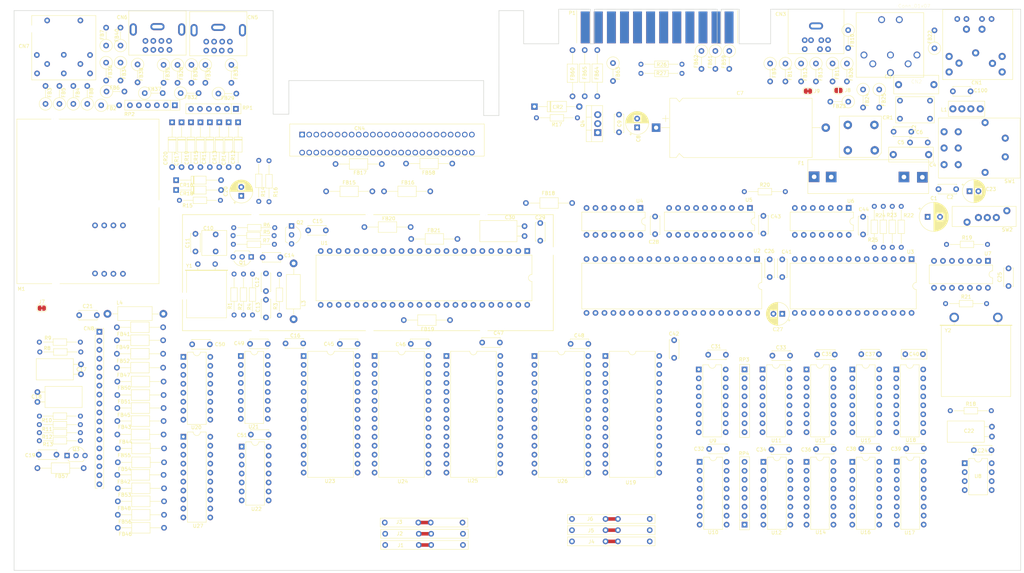
<source format=kicad_pcb>
(kicad_pcb (version 20240108) (generator "pcbnew") (generator_version "8.0")
  (layers (0 "F.Cu" signal) (31 "B.Cu" signal) (34 "B.Paste" user) (35 "F.Paste" user) (36 "B.SilkS" user "B.Silkscreen") (37 "F.SilkS" user "F.Silkscreen") (38 "B.Mask" user) (39 "F.Mask" user) (44 "Edge.Cuts" user))
  (net 0 "")
  (net 1 "+5V")
  (net 2 "GND")
  (net 3 "Net-(C3-Pad1)")
  (net 4 "Net-(C3-Pad2)")
  (net 5 "9VAC2")
  (net 6 "Net-(C4-Pad1)")
  (net 7 "+9V")
  (net 8 "Net-(C10-Pad1)")
  (net 9 "Net-(C12-Pad1)")
  (net 10 "Net-(C12-Pad2)")
  (net 11 "Net-(C14-Pad2)")
  (net 12 "Net-(C14-Pad1)")
  (net 13 "Net-(C15-Pad1)")
  (net 14 "Net-(C17-Pad2)")
  (net 15 "Net-(C17-Pad1)")
  (net 16 "Net-(C18-Pad2)")
  (net 17 "Net-(C20-Pad1)")
  (net 18 "Net-(C20-Pad2)")
  (net 19 "Net-(C21-Pad1)")
  (net 20 "Net-(C22-Pad1)")
  (net 21 "Net-(C23-Pad1)")
  (net 22 "Net-(C29-Pad1)")
  (net 23 "ATN")
  (net 24 "Net-(CN2-Pad2)")
  (net 25 "/CLK")
  (net 26 "/DATA")
  (net 27 "Net-(CN2-Pad6)")
  (net 28 "Net-(CN3-Pad1)")
  (net 29 "Net-(CN3-Pad6)")
  (net 30 "Net-(CN3-Pad3)")
  (net 31 "Net-(CN3-Pad2)")
  (net 32 "Net-(CN3-Pad5)")
  (net 33 "Net-(CN3-Pad4)")
  (net 34 "IRQ")
  (net 35 "RW")
  (net 36 "C1_HIGH")
  (net 37 "C2_LOW")
  (net 38 "C2_HIGH")
  (net 39 "CS1")
  (net 40 "CS0")
  (net 41 "Net-(CN4-Pad11)")
  (net 42 "MUX")
  (net 43 "BA")
  (net 44 "/D7")
  (net 45 "/D6")
  (net 46 "/D5")
  (net 47 "/D4")
  (net 48 "/D3")
  (net 49 "/D1")
  (net 50 "/D2")
  (net 51 "/D0")
  (net 52 "AEC")
  (net 53 "EXT_AUDIO")
  (net 54 "Net-(CN4-Pad24)")
  (net 55 "/A0")
  (net 56 "/A1")
  (net 57 "/A2")
  (net 58 "/A3")
  (net 59 "/A4")
  (net 60 "/A5")
  (net 61 "/A6")
  (net 62 "/A7")
  (net 63 "/A8")
  (net 64 "/A9")
  (net 65 "/A10")
  (net 66 "/A11")
  (net 67 "/A12")
  (net 68 "/A13")
  (net 69 "/A14")
  (net 70 "/A15")
  (net 71 "Net-(CN4-PadE)")
  (net 72 "Net-(CN4-PadD)")
  (net 73 "BRESET")
  (net 74 "C1_LOW")
  (net 75 "Net-(CN5-Pad7)")
  (net 76 "Net-(CN5-Pad8)")
  (net 77 "Net-(CN5-Pad6)")
  (net 78 "Net-(CN5-Pad1)")
  (net 79 "Net-(CN5-Pad3)")
  (net 80 "Net-(CN5-Pad2)")
  (net 81 "Net-(CN5-Pad5)")
  (net 82 "Net-(CN5-Pad4)")
  (net 83 "Net-(CN6-Pad7)")
  (net 84 "Net-(CN6-Pad4)")
  (net 85 "Net-(CN6-Pad2)")
  (net 86 "Net-(CN6-Pad3)")
  (net 87 "Net-(CN6-Pad1)")
  (net 88 "Net-(CN6-Pad6)")
  (net 89 "Net-(CN6-Pad8)")
  (net 90 "Net-(CN7-Pad6)")
  (net 91 "Net-(CN7-Pad1)")
  (net 92 "Net-(CN7-Pad3)")
  (net 93 "Net-(CN7-Pad2)")
  (net 94 "Net-(CN7-Pad5)")
  (net 95 "Net-(CN7-Pad4)")
  (net 96 "Net-(CN8-Pad1)")
  (net 97 "Net-(CN8-Pad2)")
  (net 98 "Net-(CN8-Pad4)")
  (net 99 "Net-(CN8-Pad6)")
  (net 100 "Net-(CN8-Pad7)")
  (net 101 "Net-(CN8-Pad8)")
  (net 102 "Net-(CN8-Pad9)")
  (net 103 "Net-(CN8-Pad10)")
  (net 104 "Net-(CN8-Pad11)")
  (net 105 "Net-(CN8-Pad12)")
  (net 106 "Net-(CN8-Pad13)")
  (net 107 "Net-(CN8-Pad14)")
  (net 108 "Net-(CN8-Pad15)")
  (net 109 "Net-(CN8-Pad16)")
  (net 110 "Net-(CN8-Pad17)")
  (net 111 "Net-(CN8-Pad18)")
  (net 112 "9VAC1")
  (net 113 "Net-(CR2-Pad1)")
  (net 114 "Net-(CR11-Pad1)")
  (net 115 "Net-(CR11-Pad2)")
  (net 116 "Net-(CR12-Pad2)")
  (net 117 "Net-(CR12-Pad1)")
  (net 118 "Net-(CR13-Pad1)")
  (net 119 "Net-(CR13-Pad2)")
  (net 120 "Net-(CR14-Pad2)")
  (net 121 "Net-(CR14-Pad1)")
  (net 122 "Net-(CR15-Pad1)")
  (net 123 "Net-(CR15-Pad2)")
  (net 124 "Net-(CR16-Pad1)")
  (net 125 "Net-(CR17-Pad1)")
  (net 126 "Net-(CR18-Pad1)")
  (net 127 "Net-(CR19-Pad1)")
  (net 128 "Net-(CR20-Pad2)")
  (net 129 "Net-(CR20-Pad1)")
  (net 130 "Net-(F1-Pad2)")
  (net 131 "Net-(FB3-Pad2)")
  (net 132 "Net-(FB4-Pad2)")
  (net 133 "Net-(FB5-Pad2)")
  (net 134 "CST_RD")
  (net 135 "CST_WRT")
  (net 136 "CST_SENSE")
  (net 137 "Net-(FB14-Pad1)")
  (net 138 "RAS")
  (net 139 "ϕ0")
  (net 140 "/CAS")
  (net 141 "Net-(FB19-Pad1)")
  (net 142 "SND")
  (net 143 "Net-(FB20-Pad1)")
  (net 144 "LUM")
  (net 145 "COLOR")
  (net 146 "Net-(FB21-Pad1)")
  (net 147 "Net-(FB41-Pad2)")
  (net 148 "Net-(FB42-Pad2)")
  (net 149 "Net-(FB43-Pad2)")
  (net 150 "Net-(FB44-Pad2)")
  (net 151 "Net-(FB45-Pad2)")
  (net 152 "Net-(FB46-Pad2)")
  (net 153 "Net-(FB47-Pad2)")
  (net 154 "Net-(FB48-Pad2)")
  (net 155 "Net-(FB53-Pad1)")
  (net 156 "Net-(FB54-Pad1)")
  (net 157 "ϕ2")
  (net 158 "Net-(FB59-Pad1)")
  (net 159 "Net-(FB60-Pad1)")
  (net 160 "Net-(FB61-Pad1)")
  (net 161 "Net-(FB62-Pad1)")
  (net 162 "Net-(FB63-Pad1)")
  (net 163 "Net-(FB64-Pad1)")
  (net 164 "Net-(FB65-Pad1)")
  (net 165 "Net-(J1-Pad2)")
  (net 166 "Net-(J2-Pad2)")
  (net 167 "Net-(J3-Pad2)")
  (net 168 "Net-(J4-Pad2)")
  (net 169 "Net-(J5-Pad2)")
  (net 170 "Net-(J6-Pad2)")
  (net 171 "Net-(J7-Pad2)")
  (net 172 "Net-(L1-Pad4)")
  (net 173 "Net-(M1-Pad1)")
  (net 174 "Net-(P1-Pad5)")
  (net 175 "Net-(P1-Pad6)")
  (net 176 "Net-(P1-Pad7)")
  (net 177 "Net-(P1-Pad8)")
  (net 178 "Net-(P1-PadB)")
  (net 179 "Net-(P1-PadC)")
  (net 180 "Net-(P1-PadD)")
  (net 181 "Net-(P1-PadE)")
  (net 182 "Net-(P1-PadF)")
  (net 183 "Net-(P1-PadH)")
  (net 184 "Net-(P1-PadJ)")
  (net 185 "Net-(P1-PadK)")
  (net 186 "Net-(P1-PadL)")
  (net 187 "Net-(P1-PadM)")
  (net 188 "CLK_IN")
  (net 189 "Net-(Q3-Pad1)")
  (net 190 "RESET")
  (net 191 "/A6_13")
  (net 192 "Net-(RP3-Pad7)")
  (net 193 "/A4_11")
  (net 194 "Net-(RP3-Pad5)")
  (net 195 "/A5_12")
  (net 196 "Net-(RP3-Pad3)")
  (net 197 "/A0_14")
  (net 198 "Net-(RP3-Pad1)")
  (net 199 "Net-(RP4-Pad1)")
  (net 200 "/A1_8")
  (net 201 "Net-(RP4-Pad3)")
  (net 202 "/A3_10")
  (net 203 "Net-(RP4-Pad5)")
  (net 204 "/A7_15")
  (net 205 "Net-(RP4-Pad7)")
  (net 206 "/A2_9")
  (net 207 "CST_MTR")
  (net 208 "Net-(U2-Pad28)")
  (net 209 "Net-(U2-Pad29)")
  (net 210 "Net-(U2-Pad30)")
  (net 211 "Net-(U3-Pad11)")
  (net 212 "Net-(U3-Pad8)")
  (net 213 "Net-(U3-Pad7)")
  (net 214 "Net-(U3-Pad6)")
  (net 215 "Net-(U3-Pad17)")
  (net 216 "Net-(U19-Pad15)")
  (net 217 "Net-(U3-Pad16)")
  (net 218 "Net-(U19-Pad16)")
  (net 219 "Net-(U7-Pad1)")
  (net 220 "/A1_12")
  (net 221 "Net-(U19-Pad10)")
  (net 222 "KERN")
  (net 223 "KEY_CS")
  (net 224 "ADDR_CLK")
  (net 225 "Net-(U20-Pad2)")
  (net 226 "Net-(U20-Pad3)")
  (net 227 "Net-(U20-Pad11)")
  (net 228 "Net-(U20-Pad4)")
  (net 229 "Net-(U20-Pad12)")
  (net 230 "Net-(U20-Pad5)")
  (net 231 "Net-(U20-Pad13)")
  (net 232 "Net-(U20-Pad14)")
  (net 233 "Net-(U21-Pad14)")
  (net 234 "Net-(U21-Pad3)")
  (net 235 "Net-(U21-Pad9)")
  (net 236 "Net-(FB24-Pad1)")
  (net 237 "Net-(J9-Pad1)")
  (net 238 "Net-(C100-Pad2)")
  (footprint "Commodore:Resistor_Horizontal" (layer "F.Cu") (at 114.173 120.777 -90)
    (property "Reference" "R1")
    (property "Value" "4k7")
  )
  (footprint "Commodore:Resistor_Horizontal" (layer "F.Cu") (at 116.84 120.777 -90)
    (property "Reference" "R2")
    (property "Value" "10k")
  )
  (footprint "Commodore:Resistor_Horizontal" (layer "F.Cu") (at 127 128.4732 90)
    (property "Reference" "R3")
    (property "Value" "470")
  )
  (footprint "Commodore:Resistor_Horizontal" (layer "F.Cu") (at 119.38 120.777 -90)
    (property "Reference" "R4")
    (property "Value" "220")
  )
  (footprint "Commodore:Resistor_Horizontal" (layer "F.Cu") (at 123.5 107.9 180)
    (property "Reference" "R5")
    (property "Value" "18k")
  )
  (footprint "Commodore:Resistor_Horizontal" (layer "F.Cu") (at 116.078 105.664)
    (property "Reference" "R6")
    (property "Value" "1k5")
  )
  (footprint "Commodore:Resistor_Horizontal" (layer "F.Cu") (at 123.571 110.363 180)
    (property "Reference" "R7")
    (property "Value" "470")
  )
  (footprint "Commodore:Resistor_Horizontal" (layer "F.Cu") (at 61.214 140.843)
    (property "Reference" "R8")
    (property "Value" "100k")
  )
  (footprint "Commodore:Resistor_Horizontal" (layer "F.Cu") (at 61.087 138.049)
    (property "Reference" "R9")
    (property "Value" "1k")
  )
  (footprint "Commodore:Resistor_Horizontal" (layer "F.Cu") (at 68.707 159.004 180)
    (property "Reference" "R10")
    (property "Value" "1k")
  )
  (footprint "Commodore:Resistor_Horizontal" (layer "F.Cu") (at 61.087 161.417)
    (property "Reference" "R11")
    (property "Value" "12k")
  )
  (footprint "Commodore:Resistor_Horizontal" (layer "F.Cu") (at 61.087 163.703)
    (property "Reference" "R12")
    (property "Value" "1k")
  )
  (footprint "Commodore:Resistor_Horizontal" (layer "F.Cu") (at 61.087 165.989)
    (property "Reference" "R13")
    (property "Value" "1k")
  )
  (footprint "Commodore:Resistor_Horizontal" (layer "F.Cu") (at 121.158 96.2152 90)
    (property "Reference" "R14")
    (property "Value" "240")
  )
  (footprint "Commodore:Resistor_Horizontal" (layer "F.Cu") (at 100.711 97.917)
    (property "Reference" "R15")
    (property "Value" "240")
  )
  (footprint "Commodore:Resistor_Horizontal" (layer "F.Cu") (at 124.0536 88.6968 -90)
    (property "Reference" "R16")
    (property "Value" "100k")
  )
  (footprint "Commodore:Resistor_Horizontal" (layer "F.Cu") (at 209.296 74.549 180)
    (property "Reference" "R17")
    (property "Value" "1k5")
  )
  (footprint "Commodore:Resistor_Horizontal" (layer "F.Cu") (at 318.77 157.48)
    (property "Reference" "R18")
    (property "Value" "47k")
  )
  (footprint "Commodore:Resistor_Horizontal" (layer "F.Cu") (at 260.5024 95.4532)
    (property "Reference" "R20")
    (property "Value" "3k")
  )
  (footprint "Commodore:Resistor_Horizontal" (layer "F.Cu") (at 302.895 109.22 90)
    (property "Reference" "R22")
    (property "Value" "1k")
  )
  (footprint "Commodore:Resistor_Horizontal" (layer "F.Cu") (at 300.355 109.22 90)
    (property "Reference" "R23")
    (property "Value" "1k")
  )
  (footprint "Commodore:Resistor_Horizontal" (layer "F.Cu") (at 297.815 109.22 90)
    (property "Reference" "R24")
    (property "Value" "1k")
  )
  (footprint "Commodore:Resistor_Horizontal" (layer "F.Cu") (at 295.275 109.22 90)
    (property "Reference" "R25")
    (property "Value" "1k")
  )
  (footprint "Commodore:Resistor_Horizontal" (layer "F.Cu") (at 238.8616 59.3852 180)
    (property "Reference" "R26")
    (property "Value" "10K")
  )
  (footprint "Commodore:Resistor_Horizontal" (layer "F.Cu") (at 238.8616 61.976 180)
    (property "Reference" "R27")
    (property "Value" "10K")
  )
  (footprint "Capacitor_THT:CP_Radial_D6.3mm_P2.50mm" (layer "F.Cu") (at 269.24 130.048 180)
    (property "Reference" "C27")
    (property "Value" "10u")
  )
  (footprint "Capacitor_THT:CP_Radial_D6.3mm_P2.50mm" (layer "F.Cu") (at 228.1936 77.2668 90)
    (property "Reference" "C8")
    (property "Value" "10u")
  )
  (footprint "Capacitor_THT:C_Disc_D5.0mm_W2.5mm_P5.00mm" (layer "F.Cu") (at 223.0628 78.6384 90)
    (property "Reference" "C9")
    (property "Value" "100n")
  )
  (footprint "Capacitor_THT:CP_Radial_D6.3mm_P2.50mm" (layer "F.Cu") (at 116.205 96.647 90)
    (property "Reference" "C20")
    (property "Value" "10u")
  )
  (footprint "Capacitor_THT:CP_Radial_D6.3mm_P2.50mm" (layer "F.Cu") (at 322.2244 95.3262)
    (property "Reference" "C23")
    (property "Value" "1u")
  )
  (footprint "Commodore:RF_Modulator" (layer "F.Cu") (at 53.34 80.01)
    (property "Reference" "M1")
    (property "Value" "RFMODULATOR")
  )
  (footprint "Capacitor_THT:CP_Radial_D8.0mm_P3.50mm" (layer "F.Cu") (at 310.37022 102.5906)
    (property "Reference" "C1")
    (property "Value" "100u")
  )
  (footprint "Capacitor_THT:C_Disc_D5.0mm_W2.5mm_P5.00mm" (layer "F.Cu") (at 313.436 94.742)
    (property "Reference" "C2")
    (property "Value" "100n")
  )
  (footprint "Capacitor_THT:C_Disc_D12.5mm_W5.0mm_P10.00mm" (layer "F.Cu") (at 302.133 65.151)
    (property "Reference" "C3")
    (property "Value" "220n")
  )
  (footprint "Capacitor_THT:C_Disc_D5.0mm_W2.5mm_P5.00mm" (layer "F.Cu") (at 310.388 81.534 180)
    (property "Reference" "C5")
    (property "Value" "220n")
  )
  (footprint "Commodore:TrimCap_251029-02" (layer "F.Cu") (at 108.966 107.569 -90)
    (property "Reference" "C10")
    (property "Value" "4-20p")
  )
  (footprint "Capacitor_THT:C_Disc_D5.0mm_W2.5mm_P5.00mm" (layer "F.Cu") (at 103.251 112.395 90)
    (property "Reference" "C11")
    (property "Value" "33p")
  )
  (footprint "Capacitor_THT:C_Disc_D5.0mm_W2.5mm_P5.00mm" (layer "F.Cu") (at 123.19 118.618 -90)
    (property "Reference" "C12")
    (property "Value" "220p")
  )
  (footprint "Capacitor_THT:C_Disc_D5.0mm_W2.5mm_P5.00mm" (layer "F.Cu") (at 123.19 131.064 90)
    (property "Reference" "C13")
    (property "Value" "150p")
  )
  (footprint "Capacitor_THT:C_Disc_D5.0mm_W2.5mm_P5.00mm" (layer "F.Cu") (at 127.254 114.046 180)
    (property "Reference" "C14")
    (property "Value" "10n")
  )
  (footprint "Capacitor_THT:C_Disc_D5.0mm_W2.5mm_P5.00mm" (layer "F.Cu") (at 135.128 106.426)
    (property "Reference" "C15")
    (property "Value" "100n")
  )
  (footprint "Capacitor_THT:C_Disc_D5.0mm_W2.5mm_P5.00mm" (layer "F.Cu") (at 133.731 138.43 180)
    (property "Reference" "C16")
    (property "Value" "100n")
  )
  (footprint "Commodore:C_Disc_10mm_6mm" (layer "F.Cu") (at 66.421 147.447 180)
    (property "Reference" "C17")
    (property "Value" "10u")
  )
  (footprint "Commodore:C_Disc_10mm_6mm" (layer "F.Cu") (at 62.992 151.892)
    (property "Reference" "C18")
    (property "Value" "10u")
  )
  (footprint "Capacitor_THT:C_Disc_D5.0mm_W2.5mm_P5.00mm" (layer "F.Cu") (at 58.928 169.926)
    (property "Reference" "C19")
    (property "Value" "2700p")
  )
  (footprint "Commodore:Diode_Bridge_12.5x12.5" (layer "F.Cu") (at 295.402 83.566 180)
    (property "Reference" "CR1")
    (property "Value" "D_Bridge_+-AA")
  )
  (footprint "Capacitor_THT:C_Disc_D5.0mm_W2.5mm_P5.00mm" (layer "F.Cu") (at 70.358 130.429)
    (property "Reference" "C21")
    (property "Value" "100n")
  )
  (footprint "Commodore:C_Disc_10mm_6mm" (layer "F.Cu") (at 324.104 165.1 180)
    (property "Reference" "C22")
    (property "Value" "10u")
  )
  (footprint "Capacitor_THT:C_Disc_D5.0mm_W2.5mm_P5.00mm" (layer "F.Cu") (at 328.422 168.656 180)
    (property "Reference" "C24")
    (property "Value" "100n")
  )
  (footprint "Capacitor_THT:C_Disc_D5.0mm_W2.5mm_P5.00mm" (layer "F.Cu") (at 333.248 122.174 90)
    (property "Reference" "C25")
    (property "Value" "100n")
  )
  (footprint "Capacitor_THT:C_Disc_D5.0mm_W2.5mm_P5.00mm" (layer "F.Cu") (at 265.684 119.634 90)
    (property "Reference" "C26")
    (property "Value" "100n")
  )
  (footprint "Capacitor_THT:C_Disc_D5.0mm_W2.5mm_P5.00mm" (layer "F.Cu") (at 233.2736 107.4928 90)
    (property "Reference" "C28")
    (property "Value" "100n")
  )
  (footprint "Capacitor_THT:C_Disc_D5.0mm_W2.5mm_P5.00mm" (layer "F.Cu") (at 200.787 109.347 90)
    (property "Reference" "C29")
    (property "Value" "100n")
  )
  (footprint "Commodore:C_Disc_10mm_6mm" (layer "F.Cu") (at 191.897 108.331 180)
    (property "Reference" "C30")
    (property "Value" "10u")
  )
  (footprint "Capacitor_THT:C_Disc_D5.0mm_W2.5mm_P5.00mm" (layer "F.Cu") (at 248.5644 168.3004)
    (property "Reference" "C32")
    (property "Value" "100n")
  )
  (footprint "Capacitor_THT:C_Disc_D5.0mm_W2.5mm_P5.00mm" (layer "F.Cu") (at 266.446 141.8844)
    (property "Reference" "C33")
    (property "Value" "100n")
  )
  (footprint "Capacitor_THT:C_Disc_D5.0mm_W2.5mm_P5.00mm" (layer "F.Cu") (at 266.192 168.4528)
    (property "Reference" "C34")
    (property "Value" "100n")
  )
  (footprint "Capacitor_THT:C_Disc_D5.0mm_W2.5mm_P5.00mm" (layer "F.Cu") (at 279.0952 141.5796)
    (property "Reference" "C35")
    (property "Value" "100n")
  )
  (footprint "Capacitor_THT:C_Disc_D5.0mm_W2.5mm_P5.00mm" (layer "F.Cu") (at 278.7904 168.3512)
    (property "Reference" "C36")
    (property "Value" "100n")
  )
  (footprint "Capacitor_THT:C_Disc_D5.0mm_W2.5mm_P5.00mm" (layer "F.Cu") (at 291.592 141.478)
    (property "Reference" "C37")
    (property "Value" "100n")
  )
  (footprint "Capacitor_THT:C_Rect_L7.0mm_W2.5mm_P5.00mm" (layer "F.Cu") (at 304.038 141.478)
    (property "Reference" "C40")
    (property "Value" "100n")
  )
  (footprint "Capacitor_THT:C_Disc_D5.0mm_W2.5mm_P5.00mm" (layer "F.Cu") (at 269.24 119.634 90)
    (property "Reference" "C41")
    (property "Value" "100n")
  )
  (footprint "Capacitor_THT:C_Disc_D5.0mm_W2.5mm_P5.00mm" (layer "F.Cu") (at 238.6584 137.5156 -90)
    (property "Reference" "C42")
    (property "Value" "100n")
  )
  (footprint "Capacitor_THT:C_Disc_D5.0mm_W2.5mm_P5.00mm" (layer "F.Cu") (at 292.1 107.569 90)
    (property "Reference" "C44")
    (property "Value" "100n")
  )
  (footprint "Capacitor_THT:C_Disc_D5.0mm_W2.5mm_P5.00mm" (layer "F.Cu") (at 149.098 138.557 180)
    (property "Reference" "C45")
    (property "Value" "100n")
  )
  (footprint "Capacitor_THT:C_Disc_D5.0mm_W2.5mm_P5.00mm" (layer "F.Cu") (at 169.164 138.557 180)
    (property "Reference" "C46")
    (property "Value" "100n")
  )
  (footprint "Capacitor_THT:C_Disc_D5.0mm_W2.5mm_P5.00mm" (layer "F.Cu") (at 189.357 138.176 180)
    (property "Reference" "C47")
    (property "Value" "100n")
  )
  (footprint "Capacitor_THT:C_Disc_D5.0mm_W2.5mm_P5.00mm" (layer "F.Cu") (at 214.376 138.557 180)
    (property "Reference" "C48")
    (property "Value" "100n")
  )
  (footprint "Capacitor_THT:C_Disc_D5.0mm_W2.5mm_P5.00mm" (layer "F.Cu") (at 123.698 138.557 180)
    (property "Reference" "C49")
    (property "Value" "100n")
  )
  (footprint "Capacitor_THT:C_Disc_D5.0mm_W2.5mm_P5.00mm" (layer "F.Cu") (at 107.315 138.684 180)
    (property "Reference" "C50")
    (property "Value" "100n")
  )
  (footprint "Capacitor_THT:C_Disc_D5.0mm_W2.5mm_P5.00mm" (layer "F.Cu") (at 118.9228 164.2364)
    (property "Reference" "C51")
    (property "Value" "100n")
  )
  (footprint "Commodore:Connector_DIN_Female_6Pin_3rows" (layer "F.Cu") (at 299.847 56.769 180)
    (property "Reference" "CN2")
    (property "Value" "Conn_01x07")
  )
  (footprint "Commodore:Connector_Mini-DIN_Female_7Pin_2rows" (layer "F.Cu") (at 277.495 52.197 180)
    (property "Reference" "CN3")
    (property "Value" "Conn_01x07")
  )
  (footprint "Commodore:50Pin_Edge_Connector" (layer "F.Cu") (at 139.4302 79.2988)
    (property "Reference" "CN4")
    (property "Value" "50PinEdge")
  )
  (footprint "Commodore:Connector_Mini-DIN_Female_8Pin_2rows" (layer "F.Cu") (at 108.4 52.6 180)
    (property "Reference" "CN5")
    (property "Value" "Conn_01x08")
  )
  (footprint "Commodore:Connector_Mini-DIN_Female_8Pin_2rows" (layer "F.Cu") (at 91.2 52.4 180)
    (property "Reference" "CN6")
    (property "Value" "Conn_01x08")
  )
  (footprint "Commodore:Connector_DIN_Female_8Pin_3rows" (layer "F.Cu") (at 66 56.9 90)
    (property "Reference" "CN7")
    (property "Value" "Conn_01x08")
  )
  (footprint "Commodore:Keyboard_Connector" (layer "F.Cu") (at 76.073 135.128)
    (property "Reference" "CN8")
    (property "Value" "Keyboard-Matrix")
  )
  (footprint "Diode_THT:D_A-405_P12.70mm_Horizontal" (layer "F.Cu") (at 199.136 71.374)
    (property "Reference" "CR2")
    (property "Value" "6.8V")
  )
  (footprint "Commodore:Fuseholder_Cylinder-6.3x32mm" (layer "F.Cu") (at 286.258 91.186)
    (property "Reference" "F1")
    (property "Value" "1.5A")
  )
  (footprint "Commodore:L_Axial_L7.0mm_D3.3mm_P5.08mm_Vertical" (layer "F.Cu") (at 76.581 70.993)
    (property "Reference" "FB2")
    (property "Value" "Ferrite_Bead_Small")
  )
  (footprint "Commodore:L_Axial_L7.0mm_D3.3mm_P5.08mm_Vertical" (layer "F.Cu") (at 68.707 70.612 90)
    (property "Reference" "FB4")
    (property "Value" "Ferrite_Bead_Small")
  )
  (footprint "Commodore:L_Axial_L7.0mm_D3.3mm_P5.08mm_Vertical" (layer "F.Cu") (at 64.77 70.612 90)
    (property "Reference" "FB5")
    (property "Value" "Ferrite_Bead_Small")
  )
  (footprint "Commodore:L_Axial_L7.0mm_D3.3mm_P5.08mm_Vertical" (layer "F.Cu") (at 77.978 54.102 90)
    (property "Reference" "FB7")
    (property "Value" "Ferrite_Bead_Small")
  )
  (footprint "Commodore:L_Axial_L7.0mm_D3.3mm_P5.08mm_Vertical" (layer "F.Cu") (at 72.644 70.612 90)
    (property "Reference" "FB8")
    (property "Value" "Ferrite_Bead_Small")
  )
  (footprint "Commodore:L_Axial_L7.0mm_D3.3mm_P5.08mm_Vertical" (layer "F.Cu") (at 265.811 59.182 -90)
    (property "Reference" "FB9")
    (property "Value" "Ferrite_Bead_Small")
  )
  (footprint "Commodore:L_Axial_L7.0mm_D3.3mm_P5.08mm_Vertical" (layer "F.Cu") (at 287.8836 49.7332 -90)
    (property "Reference" "FB10")
    (property "Value" "Ferrite_Bead_Small")
  )
  (footprint "Commodore:L_Axial_L7.0mm_D3.3mm_P5.08mm_Vertical" (layer "F.Cu") (at 283.464 59.182 -90)
    (property "Reference" "FB11")
    (property "Value" "Ferrite_Bead_Small")
  )
  (footprint "Commodore:L_Axial_L7.0mm_D3.3mm_P5.08mm_Vertical" (layer "F.Cu") (at 274.574 59.182 -90)
    (property "Reference" "FB12")
    (property "Value" "Ferrite_Bead_Small")
  )
  (footprint "Commodore:L_Axial_L7.0mm_D3.3mm_P5.08mm_Vertical" (layer "F.Cu") (at 278.765 59.182 -90)
    (property "Reference" "FB13")
    (property "Value" "Ferrite_Bead_Small")
  )
  (footprint "Commodore:L_Axial_L7.0mm_D3.3mm_P5.08mm_Vertical" (layer "F.Cu") (at 270.129 59.182 -90)
    (property "Reference" "FB14")
    (property "Value" "Ferrite_Bead_Small")
  )
  (footprint "Commodore:Ferrite_Bead_L5.0mm_D3.6mm_P13.00mm_Horizontal" (layer "F.Cu") (at 141.732 95.377)
    (property "Reference" "FB15")
    (property "Value" "Ferrite_Bead_Small")
  )
  (footprint "Commodore:Ferrite_Bead_L5.0mm_D3.6mm_P13.00mm_Horizontal" (layer "F.Cu") (at 158.115 95.377)
    (property "Reference" "FB16")
    (property "Value" "Ferrite_Bead_Small")
  )
  (footprint "Commodore:Ferrite_Bead_L5.0mm_D3.6mm_P13.00mm_Horizontal" (layer "F.Cu") (at 144.399 87.63)
    (property "Reference" "FB17")
    (property "Value" "Ferrite_Bead_Small")
  )
  (footprint "Commodore:Ferrite_Bead_L5.0mm_D3.6mm_P13.00mm_Horizontal" (layer "F.Cu") (at 163.703 131.826)
    (property "Reference" "FB19")
    (property "Value" "Ferrite_Bead_Small")
  )
  (footprint "Commodore:Ferrite_Bead_L5.0mm_D3.6mm_P13.00mm_Horizontal" (layer "F.Cu") (at 175.8315 108.8517 180)
    (property "Reference" "FB21")
    (property "Value" "Ferrite_Bead_Small")
  )
  (footprint "Commodore:L_Axial_L7.0mm_D3.3mm_P5.08mm_Vertical" (layer "F.Cu") (at 312.293 54.864 90)
    (property "Reference" "FB22")
    (property "Value" "Ferrite_Bead_Small")
  )
  (footprint "Commodore:L_Axial_L7.0mm_D3.3mm_P5.08mm_Vertical" (layer "F.Cu") (at 292.1 66.548 -90)
    (property "Reference" "FB24")
    (property "Value" "Ferrite_Bead_Small")
  )
  (footprint "Commodore:L_Axial_L7.0mm_D3.3mm_P5.08mm_Vertical" (layer "F.Cu") (at 296.672 66.548 -90)
    (property "Reference" "FB25")
    (property "Value" "Ferrite_Bead_Small")
  )
  (footprint "Commodore:L_Axial_L7.0mm_D3.3mm_P5.08mm_Vertical" (layer "F.Cu") (at 287.528 59.182 -90)
    (property "Reference" "FB26")
    (property "Value" "Ferrite_Bead_Small")
  )
  (footprint "Commodore:L_Axial_L7.0mm_D3.3mm_P5.08mm_Vertical" (layer "F.Cu") (at 98.171 59.563 -90)
    (property "Reference" "FB28")
    (property "Value" "Ferrite_Bead_Small")
  )
  (footprint "Commodore:L_Axial_L7.0mm_D3.3mm_P5.08mm_Vertical" (layer "F.Cu") (at 109.728 67.691)
    (property "Reference" "FB29")
    (property "Value" "Ferrite_Bead_Small")
  )
  (footprint "Commodore:L_Axial_L7.0mm_D3.3mm_P5.08mm_Vertical" (layer "F.Cu") (at 102.108 59.563 -90)
    (property "Reference" "FB30")
    (property "Value" "Ferrite_Bead_Small")
  )
  (footprint "Commodore:L_Axial_L7.0mm_D3.3mm_P5.08mm_Vertical" (layer "F.Cu") (at 106.045 59.563 -90)
    (property "Reference" "FB31")
    (property "Value" "Ferrite_Bead_Small")
  )
  (footprint "Commodore:L_Axial_L7.0mm_D3.3mm_P5.08mm_Vertical" (layer "F.Cu") (at 99.06 67.564)
    (property "Reference" "FB32")
    (property "Value" "Ferrite_Bead_Small")
  )
  (footprint "Commodore:L_Axial_L7.0mm_D3.3mm_P5.08mm_Vertical" (layer "F.Cu") (at 113.411 59.563 -90)
    (property "Reference" "FB33")
    (property "Value" "Ferrite_Bead_Small")
  )
  (footprint "Commodore:L_Axial_L7.0mm_D3.3mm_P5.08mm_Vertical" (layer "F.Cu") (at 82.042 58.928 -90)
    (property "Reference" "FB34")
    (property "Value" "Ferrite_Bead_Small")
  )
  (footprint "Commodore:L_Axial_L7.0mm_D3.3mm_P5.08mm_Vertical" (layer "F.Cu") (at 94.234 59.563 -90)
    (property "Reference" "FB35")
    (property "Value" "Ferrite_Bead_Small")
  )
  (footprint "Commodore:L_Axial_L7.0mm_D3.3mm_P5.08mm_Vertical" (layer "F.Cu") (at 77.978 58.928 -90)
    (property "Reference" "FB36")
    (property "Value" "Ferrite_Bead_Small")
  )
  (footprint "Commodore:L_Axial_L7.0mm_D3.3mm_P5.08mm_Vertical" (layer "F.Cu") (at 88.9 67.564)
    (property "Reference" "FB37")
    (property "Value" "Ferrite_Bead_Small")
  )
  (footprint "Commodore:L_Axial_L7.0mm_D3.3mm_P5.08mm_Vertical" (layer "F.Cu") (at 86.868 59.436 -90)
    (property "Reference" "FB38")
    (property "Value" "Ferrite_Bead_Small")
  )
  (footprint "Commodore:L_Axial_L7.0mm_D3.3mm_P5.08mm_Vertical" (layer "F.Cu") (at 82.042 54.102 90)
    (property "Reference" "FB40")
    (property "Value" "Ferrite_Bead_Small")
  )
  (footprint "Commodore:Ferrite_Bead_L5.0mm_D3.6mm_P13.00mm_Horizontal" (layer "F.Cu") (at 82.677 175.641)
    (property "Reference" "FB42")
    (property "Value" "Ferrite_Bead_Small")
  )
  (footprint "Commodore:Ferrite_Bead_L5.0mm_D3.6mm_P13.00mm_Horizontal" (layer "F.Cu") (at 82.677 164.211)
    (property "Reference" "FB44")
    (property "Value" "Ferrite_Bead_Small")
  )
  (footprint "Commodore:Ferrite_Bead_L5.0mm_D3.6mm_P13.00mm_Horizontal" (layer "F.Cu") (at 82.677 156.718)
    (property "Reference" "FB45")
    (property "Value" "Ferrite_Bead_Small")
  )
  (footprint "Commodore:Ferrite_Bead_L5.0mm_D3.6mm_P13.00mm_Horizontal" (layer "F.Cu") (at 82.55 145.288)
    (property "Reference" "FB47")
    (property "Value" "Ferrite_Bead_Small")
  )
  (footprint "Commodore:Ferrite_Bead_L5.0mm_D3.6mm_P13.00mm_Horizontal" (layer "F.Cu") (at 82.804 183.134)
    (property "Reference" "FB48")
    (property "Value" "Ferrite_Bead_Small")
  )
  (footprint "Commodore:Ferrite_Bead_L5.0mm_D3.6mm_P13.00mm_Horizontal" (layer "F.Cu") (at 82.55 137.541)
    (property "Reference" "FB49")
    (property "Value" "Ferrite_Bead_Small")
  )
  (footprint "Commodore:Ferrite_Bead_L5.0mm_D3.6mm_P13.00mm_Horizontal" (layer "F.Cu") (at 82.677 153.035)
    (property "Reference" "FB51")
    (property "Value" "Ferrite_Bead_Small")
  )
  (footprint "Commodore:Ferrite_Bead_L5.0mm_D3.6mm_P13.00mm_Horizontal" (layer "F.Cu") (at 82.55 141.351)
    (property "Reference" "FB52")
    (property "Value" "Ferrite_Bead_Small")
  )
  (footprint "Commodore:Ferrite_Bead_L5.0mm_D3.6mm_P13.00mm_Horizontal" (layer "F.Cu") (at 82.804 179.451)
    (property "Reference" "FB53")
    (property "Value" "Ferrite_Bead_Small")
  )
  (footprint "Commodore:Ferrite_Bead_L5.0mm_D3.6mm_P13.00mm_Horizontal" (layer "F.Cu") (at 92.837 172.085 180)
    (property "Reference" "FB54")
    (property "Value" "Ferrite_Bead_Small")
  )
  (footprint "Commodore:Ferrite_Bead_L5.0mm_D3.6mm_P13.00mm_Horizontal" (layer "F.Cu") (at 60.071 173.736)
    (property "Reference" "FB57")
    (property "Value" "Ferrite_Bead_Small")
  )
  (footprint "Commodore:Ferrite_Bead_L5.0mm_D3.6mm_P13.00mm_Horizontal" (layer "F.Cu") (at 164.338 87.503)
    (property "Reference" "FB58")
    (property "Value" "Ferrite_Bead_Small")
  )
  (footprint "Commodore:L_Axial_L7.0mm_D3.3mm_P5.08mm_Vertical" (layer "F.Cu") (at 254.254 55.626 -90)
    (property "Reference" "FB59")
    (property "Value" "Ferrite_Bead_Small")
  )
  (footprint "Commodore:Ferrite_Bead_L5.0mm_D3.6mm_P13.00mm_Horizontal" (layer "F.Cu") (at 209.9056 56.9214 -90)
    (property "Reference" "FB60")
    (property "Value" "Ferrite_Bead_Small")
  )
  (footprint "Commodore:L_Axial_L7.0mm_D3.3mm_P5.08mm_Vertical" (layer "F.Cu") (at 250.317 55.626 -90)
    (property "Reference" "FB61")
    (property "Value" "Ferrite_Bead_Small")
  )
  (footprint "Commodore:L_Axial_L7.0mm_D3.3mm_P5.08mm_Vertical" (layer "F.Cu") (at 246.38 55.626 -90)
    (property "Reference" "FB62")
    (property "Value" "Ferrite_Bead_Small")
  )
  (footprint "Commodore:L_Axial_L7.0mm_D3.3mm_P5.08mm_Vertical" (layer "F.Cu") (at 221.361 59.055 -90)
    (property "Reference" "FB63")
    (property "Value" "Ferrite_Bead_Small")
  )
  (footprint "Commodore:Ferrite_Bead_L5.0mm_D3.6mm_P13.00mm_Horizontal" (layer "F.Cu") (at 216.916 56.896 -90)
    (property "Reference" "FB64")
    (property "Value" "Ferrite_Bead_Small")
  )
  (footprint "Commodore:Ferrite_Bead_L5.0mm_D3.6mm_P13.00mm_Horizontal" (layer "F.Cu") (at 213.36 56.896 -90)
    (property "Reference" "FB65")
    (property "Value" "Ferrite_Bead_Small")
  )
  (footprint "Commodore:Jumper" (layer "F.Cu") (at 161.671 197.993)
    (property "Reference" "J1")
    (property "Value" "Jumper_NC_Dual")
  )
  (footprint "Commodore:Jumper" (layer "F.Cu") (at 161.671 194.818)
    (property "Reference" "J2")
    (property "Value" "Jumper_NC_Dual")
  )
  (footprint "Commodore:Jumper" (layer "F.Cu") (at 161.544 191.643)
    (property "Reference" "J3")
    (property "Value" "Jumper_NC_Dual")
  )
  (footprint "Commodore:Jumper" (layer "F.Cu") (at 214.503 196.977)
    (property "Reference" "J4")
    (property "Value" "Jumper_NC_Dual")
  )
  (footprint "Commodore:Jumper" (layer "F.Cu") (at 214.503 193.802)
    (property "Reference" "J5")
    (property "Value" "Jumper_NC_Dual")
  )
  (footprint "Commodore:Jumper" (layer "F.Cu") (at 214.503 190.627)
    (property "Reference" "J6")
    (property "Value" "Jumper_NC_Dual")
  )
  (footprint "Jumper:SolderJumper-2_P1.3mm_Bridged_RoundedPad1.0x1.5mm" (layer "F.Cu") (at 59.7916 128.4478)
    (property "Reference" "J7")
    (property "Value" "SolderJumper_2_Bridged")
  )
  (footprint "Commodore:EMI-Filter" (layer "F.Cu") (at 321.31 71.882)
    (property "Reference" "L1")
    (property "Value" "EMI_Filter")
  )
  (footprint "Commodore:Capacitor_D12.5mm_W5.0mm_P10.00mm" (layer "F.Cu") (at 310.642 84.963 180)
    (property "Reference" "C4")
    (property "Value" "220n")
  )
  (footprint "Commodore:L_Axial_L10.0mm_D4.0mm_P15.5mm_Horizontal" (layer "F.Cu") (at 131.2672 123.444 90)
    (property "Reference" "L3")
    (property "Value" "1.2u")
  )
  (footprint "Package_TO_SOT_THT:TO-220-3_Vertical" (layer "F.Cu") (at 217.043 78.74 90)
    (property "Reference" "Q4")
    (property "Value" "2SD880")
  )
  (footprint "Resistor_THT:R_Array_SIP6" (layer "F.Cu") (at 114.681 72.009 180)
    (property "Reference" "RP1")
    (property "Value" "3k3")
  )
  (footprint "Resistor_THT:R_Array_SIP6" (layer "F.Cu") (at 97.409 70.993 180)
    (property "Reference" "RP2")
    (property "Value" "3k3")
  )
  (footprint "Resistor_THT:R_Array_SIP8" (layer "F.Cu") (at 258.572 145.796 -90)
    (property "Reference" "RP3")
    (property "Value" "Resistor-Network")
  )
  (footprint "Resistor_THT:R_Array_SIP8" (layer "F.Cu") (at 258.572 189.738 90)
    (property "Reference" "RP4")
    (property "Value" "Resistor-Network")
  )
  (footprint "Commodore:Switch-Rocker" (layer "F.Cu") (at 318.516 76.708)
    (property "Reference" "SW1")
    (property "Value" "SW_DPST")
  )
  (footprint "Commodore:Switch-Pushbutton" (layer "F.Cu") (at 330.2889 103.0224 180)
    (property "Reference" "SW2")
    (property "Value" "SW_Push")
  )
  (footprint "Package_DIP:DIP-48_W15.24mm" (layer "F.Cu") (at 197.104 112.268 -90)
    (property "Reference" "U1")
    (property "Value" "8360")
  )
  (footprint "Package_DIP:DIP-40_W15.24mm" (layer "F.Cu") (at 262.128 114.554 -90)
    (property "Reference" "U2")
    (property "Value" "8501")
  )
  (footprint "Package_DIP:DIP-28_W15.24mm" (layer "F.Cu") (at 305.816 114.554 -90)
    (property "Reference" "U3")
    (property "Value" "6551")
  )
  (footprint "Package_DIP:DIP-14_W7.62mm" (layer "F.Cu") (at 229.108 100.076 -90)
    (property "Reference" "U4")
    (property "Value" "74LS08")
  )
  (footprint "Package_DIP:DIP-20_W7.62mm" (layer "F.Cu") (at 260.096 100.076 -90)
    (property "Reference" "U5")
    (property "Value" "6529")
  )
  (footprint "Package_DIP:DIP-14_W7.62mm" (layer "F.Cu") (at 288.036 100.076 -90)
    (property "Reference" "U6")
    (property "Value" "74LS04")
  )
  (footprint "Package_DIP:DIP-8_W7.62mm" (layer "F.Cu") (at 320.8528 172.339)
    (property "Reference" "U8")
    (property "Value" "LM555")
  )
  (footprint "Package_DIP:DIP-16_W7.62mm" (layer "F.Cu") (at 245.618 145.796)
    (property "Reference" "U9")
    (property "Value" "74LS257")
  )
  (footprint "Package_DIP:DIP-16_W7.62mm" (layer "F.Cu") (at 245.872 171.958)
    (property "Reference" "U10")
    (property "Value" "74LS257")
  )
  (footprint "Package_DIP:DIP-16_W7.62mm" (layer "F.Cu") (at 263.652 145.796)
    (property "Reference" "U11")
    (property "Value" "4164")
  )
  (footprint "Package_DIP:DIP-16_W7.62mm" (layer "F.Cu") (at 276.098 145.796)
    (property "Reference" "U13")
    (property "Value" "4164")
  )
  (footprint "Package_DIP:DIP-16_W7.62mm" (layer "F.Cu") (at 276.098 171.958)
    (property "Reference" "U14")
    (property "Value" "4164")
  )
  (footprint "Package_DIP:DIP-16_W7.62mm" (layer "F.Cu") (at 289.052 145.796)
    (property "Reference" "U15")
    (property "Value" "4164")
  )
  (footprint "Package_DIP:DIP-16_W7.62mm" (layer "F.Cu") (at 301.498 145.796)
    (property "Reference" "U18")
    (property "Value" "4164")
  )
  (footprint "Package_DIP:DIP-28_W15.24mm" (layer "F.Cu") (at 219.202 141.986)
    (property "Reference" "U19")
    (property "Value" "251641")
  )
  (footprint "Package_DIP:DIP-16_W7.62mm" (layer "F.Cu") (at 99.822 142.24)
    (property "Reference" "U20")
    (property "Value" "74LS139")
  )
  (footprint "Package_DIP:DIP-16_W7.62mm" (layer "F.Cu") (at 116.078 141.986)
    (property "Reference" "U21")
    (property "Value" "74LS175")
  )
  (footprint "Package_DIP:DIP-14_W7.62mm" (layer "F.Cu") (at 116.332 167.64)
    (property "Reference" "U22")
    (property "Value" "74LS27")
  )
  (footprint "Package_DIP:DIP-28_W15.24mm" (layer "F.Cu") (at 153.924 141.986)
    (property "Reference" "U24")
    (property "Value" "23128")
  )
  (footprint "Package_DIP:DIP-28_W15.24mm" (layer "F.Cu") (at 174.244 141.986)
    (property "Reference" "U25")
    (property "Value" "23128")
  )
  (footprint "Package_DIP:DIP-28_W15.24mm" (layer "F.Cu") (at 199.136 141.986)
    (property "Reference" "U26")
    (property "Value" "23128")
  )
  (footprint "Package_DIP:DIP-20_W7.62mm" (layer "F.Cu") (at 99.822 164.846)
    (property "Reference" "U27")
    (property "Value" "6529")
  )
  (footprint "Package_DIP:DIP-16_W7.62mm" (layer "F.Cu") (at 289.052 171.958)
    (property "Reference" "U16")
    (property "Value" "4164")
  )
  (footprint "Package_DIP:DIP-16_W7.62mm" (layer "F.Cu") (at 301.625 171.9326)
    (property "Reference" "U17")
    (property "Value" "4164")
  )
  (footprint "Capacitor_THT:C_Disc_D5.0mm_W2.5mm_P5.00mm" (layer "F.Cu") (at 304.292 168.2)
    (property "Reference" "C39")
    (property "Value" "100n")
  )
  (footprint "MountingHole:MountingHole_2.2mm_M2" (layer "F.Cu") (at 92.583 98.8822)
    (property "Reference" "REF**" (hide yes))
    (property "Value" "MountingHole_2.2mm_M2")
  )
  (footprint "MountingHole:MountingHole_2.2mm_M2" (layer "F.Cu") (at 63.5254 74.9554)
    (property "Reference" "REF**" (hide yes))
    (property "Value" "MountingHole_2.2mm_M2")
  )
  (footprint "MountingHole:MountingHole_2.2mm_M2" (layer "F.Cu") (at 63.7794 121.6152)
    (property "Reference" "REF**" (hide yes))
    (property "Value" "MountingHole_2.2mm_M2")
  )
  (footprint "MountingHole:MountingHole_2.2mm_M2" (layer "F.Cu") (at 120.2436 134.7724)
    (property "Reference" "REF**" (hide yes))
    (property "Value" "MountingHole_2.2mm_M2")
  )
  (footprint "MountingHole:MountingHole_2.2mm_M2" (layer "F.Cu") (at 152.527 134.6454)
    (property "Reference" "REF**" (hide yes))
    (property "Value" "MountingHole_2.2mm_M2")
  )
  (footprint "MountingHole:MountingHole_2.2mm_M2" (layer "F.Cu") (at 184.8104 134.5184)
    (property "Reference" "REF**" (hide yes))
    (property "Value" "MountingHole_2.2mm_M2")
  )
  (footprint "MountingHole:MountingHole_2.2mm_M2" (layer "F.Cu") (at 184.8104 101.8286)
    (property "Reference" "REF**" (hide yes))
    (property "Value" "MountingHole_2.2mm_M2")
  )
  (footprint "MountingHole:MountingHole_2.2mm_M2" (layer "F.Cu") (at 152.4762 101.9556)
    (property "Reference" "REF**" (hide yes))
    (property "Value" "MountingHole_2.2mm_M2")
  )
  (footprint "MountingHole:MountingHole_2.2mm_M2" (layer "F.Cu") (at 204.5462 112.268)
    (property "Reference" "REF**" (hide yes))
    (property "Value" "MountingHole_2.2mm_M2")
  )
  (footprint "MountingHole:MountingHole_2.2mm_M2" (layer "F.Cu") (at 120.1674 101.8286)
    (property "Reference" "REF**" (hide yes))
    (property "Value" "MountingHole_2.2mm_M2")
  )
  (footprint "Package_DIP:DIP-16_W7.62mm" (layer "F.Cu") (at 263.906 171.958)
    (property "Reference" "U12")
    (property "Value" "4164")
  )
  (footprint "Package_DIP:DIP-28_W15.24mm" (layer "F.Cu") (at 133.858 141.986)
    (property "Reference" "U23")
    (property "Value" "23128")
  )
  (footprint "Commodore:Ferrite_Bead_L5.0mm_D3.6mm_P13.00mm_Horizontal" (layer "F.Cu") (at 82.804 186.944)
    (property "Reference" "FB56")
    (property "Value" "Ferrite_Bead_Small")
  )
  (footprint "MountingHole:MountingHole_2.2mm_M2" (layer "F.Cu") (at 100.1268 125.0188)
    (property "Reference" "REF**" (hide yes))
    (property "Value" "MountingHole_2.2mm_M2")
  )
  (footprint "Crystal:Crystal_HC18-U_Horizontal" (layer "F.Cu") (at 103.9241 115.9637)
    (property "Reference" "Y1")
    (property "Value" "17.73447")
  )
  (footprint "Jumper:SolderJumper-2_P1.3mm_Open_RoundedPad1.0x1.5mm" (layer "F.Cu") (at 285.1404 66.802)
    (property "Reference" "J8")
    (property "Value" "SolderJumper_2_Open")
  )
  (footprint "Crystal:Crystal_HC33-U_Horizontal" (layer "F.Cu") (at 317.881 131.064)
    (property "Reference" "Y2")
    (property "Value" "1.8432M")
  )
  (footprint "Diode_THT:D_DO-35_SOD27_P12.70mm_Horizontal" (layer "F.Cu") (at 96.647 75.819 -90)
    (property "Reference" "CR20")
    (property "Value" "1N914")
  )
  (footprint "Diode_THT:D_DO-35_SOD27_P12.70mm_Horizontal" (layer "F.Cu") (at 107.315 75.819 -90)
    (property "Reference" "CR11")
    (property "Value" "1N914")
  )
  (footprint "Diode_THT:D_DO-35_SOD27_P12.70mm_Horizontal" (layer "F.Cu") (at 109.982 75.819 -90)
    (property "Reference" "CR13")
    (property "Value" "1N914")
  )
  (footprint "Diode_THT:D_DO-35_SOD27_P12.70mm_Horizontal" (layer "F.Cu") (at 97.79 92.202)
    (property "Reference" "CR16")
    (property "Value" "1N914")
  )
  (footprint "Diode_THT:D_DO-35_SOD27_P12.70mm_Horizontal" (layer "F.Cu") (at 99.314 75.819 -90)
    (property "Reference" "CR17")
    (property "Value" "1N914")
  )
  (footprint "Diode_THT:D_DO-35_SOD27_P12.70mm_Horizontal" (layer "F.Cu") (at 97.79 94.996)
    (property "Reference" "CR18")
    (property "Value" "1N914")
  )
  (footprint "Diode_THT:D_DO-35_SOD27_P12.70mm_Horizontal" (layer "F.Cu") (at 101.981 75.819 -90)
    (property "Reference" "CR19")
    (property "Value" "1N914")
  )
  (footprint "Diode_THT:D_DO-35_SOD27_P12.70mm_Horizontal" (layer "F.Cu") (at 112.649 75.819 -90)
    (property "Reference" "CR14")
    (property "Value" "1N914")
  )
  (footprint "Diode_THT:D_DO-35_SOD27_P12.70mm_Horizontal" (layer "F.Cu") (at 104.648 75.819 -90)
    (property "Reference" "CR15")
    (property "Value" "1N914")
  )
  (footprint "Commodore:Ferrite_Bead_L5.0mm_D3.6mm_P13.00mm_Horizontal" (layer "F.Cu") (at 152.5651 105.4862)
    (property "Reference" "FB20")
    (property "Value" "Ferrite_Bead_Small")
  )
  (footprint "Commodore:Ferrite_Bead_L5.0mm_D3.6mm_P13.00mm_Horizontal" (layer "F.Cu") (at 208.28 98.679 180)
    (property "Reference" "FB18")
    (property "Value" "Ferrite_Bead_Small")
  )
  (footprint "Diode_THT:D_DO-35_SOD27_P12.70mm_Horizontal" (layer "F.Cu") (at 115.316 75.819 -90)
    (property "Reference" "CR12")
    (property "Value" "1N914")
  )
  (footprint "Commodore:Ferrite_Bead_L5.0mm_D3.6mm_P13.00mm_Horizontal" (layer "F.Cu") (at 82.804 190.627)
    (property "Reference" "FB46")
    (property "Value" "Ferrite_Bead_Small")
  )
  (footprint "Package_DIP:DIP-14_W7.62mm" (layer "F.Cu") (at 327.406 115.062 -90)
    (property "Reference" "U7")
    (property "Value" "74LS06N")
  )
  (footprint "Commodore:Resistor_Horizontal" (layer "F.Cu") (at 317.4365 127.1524)
    (property "Reference" "R21")
    (property "Value" "1k")
  )
  (footprint "Commodore:L_Axial_L7.0mm_D3.3mm_P5.08mm_Vertical" (layer "F.Cu") (at 60.833 70.612 90)
    (property "Reference" "FB3")
    (property "Value" "Ferrite_Bead_Small")
  )
  (footprint "Commodore:Ferrite_Bead_L5.0mm_D3.6mm_P13.00mm_Horizontal" (layer "F.Cu") (at 92.837 168.148 180)
    (property "Reference" "FB55")
    (property "Value" "Ferrite_Bead_Small")
  )
  (footprint "Commodore:L_Axial_L10.0mm_D4.0mm_P15.5mm_Horizontal" (layer "F.Cu") (at 86.487 130.302)
    (property "Reference" "L4")
    (property "Value" "1.2u")
  )
  (footprint "Commodore:Ferrite_Bead_L5.0mm_D3.6mm_P13.00mm_Horizontal" (layer "F.Cu") (at 82.677 160.401)
    (property "Reference" "FB43")
    (property "Value" "Ferrite_Bead_Small")
  )
  (footprint "Commodore:Ferrite_Bead_L5.0mm_D3.6mm_P13.00mm_Horizontal" (layer "F.Cu") (at 82.677 149.225)
    (property "Reference" "FB50")
    (property "Value" "Ferrite_Bead_Small")
  )
  (footprint "Commodore:Ferrite_Bead_L5.0mm_D3.6mm_P13.00mm_Horizontal" (layer "F.Cu") (at 82.55 133.858)
    (property "Reference" "FB41")
    (property "Value" "Ferrite_Bead_Small")
  )
  (footprint "Package_TO_SOT_THT:TO-92L_Inline_Wide" (layer "F.Cu") (at 118.999 113.919 180)
    (property "Reference" "Q1")
    (property "Value" "2SC1815")
  )
  (footprint "Package_TO_SOT_THT:TO-92L_Inline_Wide" (layer "F.Cu") (at 130.429 105.156 -90)
    (property "Reference" "Q2")
    (property "Value" "2SC1815")
  )
  (footprint "Package_TO_SOT_THT:TO-92L_Inline_Wide" (layer "F.Cu") (at 66.929 170.18)
    (property "Reference" "Q3")
    (property "Value" "2SC1815")
  )
  (footprint "Capacitor_THT:C_Disc_D5.0mm_W2.5mm_P5.00mm" (layer "F.Cu") (at 263.906 107.315 90)
    (property "Reference" "C43")
    (property "Value" "100n")
  )
  (footprint "Capacitor_THT:C_Disc_D5.0mm_W2.5mm_P5.00mm" (layer "F.Cu") (at 253.2888 141.6304 180)
    (property "Reference" "C31")
    (property "Value" "100n")
  )
  (footprint "Commodore:pcb-components" (layer "F.Cu") (at 194.4878 123.698)
    (property "Reference" "G***" (hide yes))
    (property "Value" "pcb-components" (hide yes))
  )
  (footprint "Commodore:CP_Axial_L40.0mm_D16.0mm_P48.00mm_Horizontal" (layer "F.Cu") (at 233.553 77.343)
    (property "Reference" "C7")
    (property "Value" "2200u")
  )
  (footprint "Commodore:L_Axial_L7.0mm_D3.3mm_P5.08mm_Vertical" (layer "F.Cu") (at 287.909 69.977 180)
    (property "Reference" "FB23")
    (property "Value" "Ferrite_Bead_Small")
  )
  (footprint "Capacitor_THT:C_Disc_D5.0mm_W2.5mm_P5.00mm" (layer "F.Cu") (at 300.736 78.486)
    (property "Reference" "C6")
    (property "Value" "220n")
  )
  (footprint "Capacitor_THT:C_Disc_D5.0mm_W2.5mm_P5.00mm" (layer "F.Cu") (at 291.592 168.1988)
    (property "Reference" "C38")
    (property "Value" "100n")
  )
  (footprint "Commodore:L_Axial_L7.0mm_D3.3mm_P5.08mm_Vertical" (layer "F.Cu") (at 78.0796 67.1068)
    (property "Reference" "FB6")
    (property "Value" "Ferrite_Bead_Small")
  )
  (footprint "Jumper:SolderJumper-2_P1.3mm_Bridged_RoundedPad1.0x1.5mm" (layer "F.Cu") (at 276.5044 67.0052)
    (property "Reference" "J9")
    (property "Value" "SolderJumper_2_Bridged")
  )
  (footprint "Commodore:Connector_Power_4pin_251614_01" (layer "F.Cu") (at 334.54086 43.77436 180)
    (property "Reference" "CN1")
    (property "Value" "Conn_01x04")
  )
  (footprint "Capacitor_THT:C_Disc_D4.7mm_W2.5mm_P5.00mm" (layer "F.Cu") (at 317.5 67.056)
    (property "Reference" "C100")
    (property "Value" "100n")
  )
  (footprint "Commodore:Noise_Filter" (layer "F.Cu") (at 312.039 75.692 180)
    (property "Reference" "L2")
    (property "Value" "EMI_Filter_CommonMode")
  )
  (footprint "Commodore:Resistor_Horizontal" (layer "F.Cu") (at 325.3 110.4 180)
    (property "Reference" "R19")
    (property "Value" "100k")
  )
  (footprint "Commodore:24Pin_Edge" (layer "F.Cu") (at 254 49.7)
    (property "Reference" "P1")
    (property "Value" "24PinEdge")
  )
  (footprint "MountingHole:MountingHole_2.7mm" (layer "F.Cu") (at 331.5716 197.9422)
    (property "Reference" "REF**" (hide yes))
    (property "Value" "MountingHole_2.7mm" (hide yes))
  )
  (footprint "MountingHole:MountingHole_2.7mm" (layer "F.Cu") (at 322.3006 187.3758)
    (property "Reference" "REF**" (hide yes))
    (property "Value" "MountingHole_2.7mm" (hide yes))
  )
  (footprint "MountingHole:MountingHole_2.7mm" (layer "F.Cu") (at 332.59268 69.17944)
    (property "Reference" "REF**" (hide yes))
    (property "Value" "MountingHole_2.7mm" (hide yes))
  )
  (footprint "MountingHole:MountingHole_2.7mm" (layer "F.Cu") (at 56.2864 69.20484)
    (property "Reference" "REF**" (hide yes))
    (property "Value" "MountingHole_2.7mm" (hide yes))
  )
  (footprint "MountingHole:MountingHole_2.7mm" (layer "F.Cu") (at 56.01208 49.37252)
    (property "Reference" "REF**" (hide yes))
    (property "Value" "MountingHole_2.7mm")
  )
  (footprint "MountingHole:MountingHole_2.7mm" (layer "F.Cu") (at 57.41924 197.5866)
    (property "Reference" "REF**" (hide yes))
    (property "Value" "MountingHole_2.7mm")
  )
  (footprint "MountingHole:MountingHole_2.7mm" (layer "F.Cu") (at 66.86804 187.36564)
    (property "Reference" "REF**" (hide yes))
    (property "Value" "MountingHole_2.7mm")
  )
  (footprint "Commodore:outline" (layer "F.Cu") (at 194.3989 123.1011)
    (property "Reference" "G***" (hide yes))
    (property "Value" "outline" (hide yes))
  )
  (gr_line (start 204.47 101.9683) (end 99.5807 101.9683) (stroke (width 0.15)) (layer "F.SilkS"))
  (gr_line (start 204.47 101.9429) (end 204.47 134.8105) (stroke (width 0.15)) (layer "F.SilkS"))
  (gr_line (start 204.47 134.8105) (end 99.5807 134.8232) (stroke (width 0.15)) (layer "F.SilkS"))
  (gr_line (start 99.5807 101.9683) (end 99.5807 134.8232) (stroke (width 0.15)) (layer "F.SilkS"))
  (gr_line (start 125.222 44.196) (end 125.222 73.533) (stroke (width 0.15)) (layer "Edge.Cuts"))
  (gr_line (start 265.938 53.594) (end 265.938 43.815) (stroke (width 0.15)) (layer "Edge.Cuts"))
  (gr_line (start 216.154 43.815) (end 250.825 43.815) (stroke (width 0.15)) (layer "Edge.Cuts"))
  (gr_line (start 184.7723 73.9013) (end 189.0903 73.9013) (stroke (width 0.15)) (layer "Edge.Cuts"))
  (gr_line (start 205.994 43.815) (end 214.9348 43.815) (stroke (width 0.15)) (layer "Edge.Cuts"))
  (gr_line (start 196.088 44.2087) (end 196.088 53.594) (stroke (width 0.15)) (layer "Edge.Cuts"))
  (gr_line (start 251.968 43.815) (end 257.048 43.815) (stroke (width 0.15)) (layer "Edge.Cuts"))
  (gr_line (start 189.0903 73.9013) (end 189.1 44.2087) (stroke (width 0.15)) (layer "Edge.Cuts"))
  (gr_line (start 189.1 44.2087) (end 196.088 44.2087) (stroke (width 0.15)) (layer "Edge.Cuts"))
  (gr_line (start 125.222 73.533) (end 129.667 73.533) (stroke (width 0.15)) (layer "Edge.Cuts"))
  (gr_line (start 257.048 53.594) (end 265.938 53.594) (stroke (width 0.15)) (layer "Edge.Cuts"))
  (gr_line (start 250.825 53.594) (end 251.968 53.594) (stroke (width 0.15)) (layer "Edge.Cuts"))
  (gr_line (start 129.667 73.533) (end 129.667 64.008) (stroke (width 0.15)) (layer "Edge.Cuts"))
  (gr_line (start 214.9348 53.594) (end 216.154 53.594) (stroke (width 0.15)) (layer "Edge.Cuts"))
  (gr_line (start 336.677 43.815) (end 336.677 202.692) (stroke (width 0.15)) (layer "Edge.Cuts"))
  (gr_line (start 214.9348 43.815) (end 214.9348 53.594) (stroke (width 0.15)) (layer "Edge.Cuts"))
  (gr_line (start 257.048 43.815) (end 257.048 53.594) (stroke (width 0.15)) (layer "Edge.Cuts"))
  (gr_line (start 265.938 43.815) (end 336.677 43.815) (stroke (width 0.15)) (layer "Edge.Cuts"))
  (gr_line (start 129.667 64.008) (end 184.785 64.008) (stroke (width 0.15)) (layer "Edge.Cuts"))
  (gr_line (start 336.677 202.692) (end 51.943 202.692) (stroke (width 0.15)) (layer "Edge.Cuts"))
  (gr_line (start 51.943 202.692) (end 51.943 44.196) (stroke (width 0.15)) (layer "Edge.Cuts"))
  (gr_line (start 250.825 43.815) (end 250.825 53.594) (stroke (width 0.15)) (layer "Edge.Cuts"))
  (gr_line (start 51.943 44.196) (end 125.222 44.196) (stroke (width 0.15)) (layer "Edge.Cuts"))
  (gr_line (start 196.088 53.594) (end 205.994 53.594) (stroke (width 0.15)) (layer "Edge.Cuts"))
  (gr_line (start 216.154 53.594) (end 216.154 43.815) (stroke (width 0.15)) (layer "Edge.Cuts"))
  (gr_line (start 184.785 64.008) (end 184.7723 73.9013) (stroke (width 0.15)) (layer "Edge.Cuts"))
  (gr_line (start 205.994 53.594) (end 205.994 43.815) (stroke (width 0.15)) (layer "Edge.Cuts"))
  (gr_line (start 251.968 53.594) (end 251.968 43.815) (stroke (width 0.15)) (layer "Edge.Cuts"))
)
</source>
